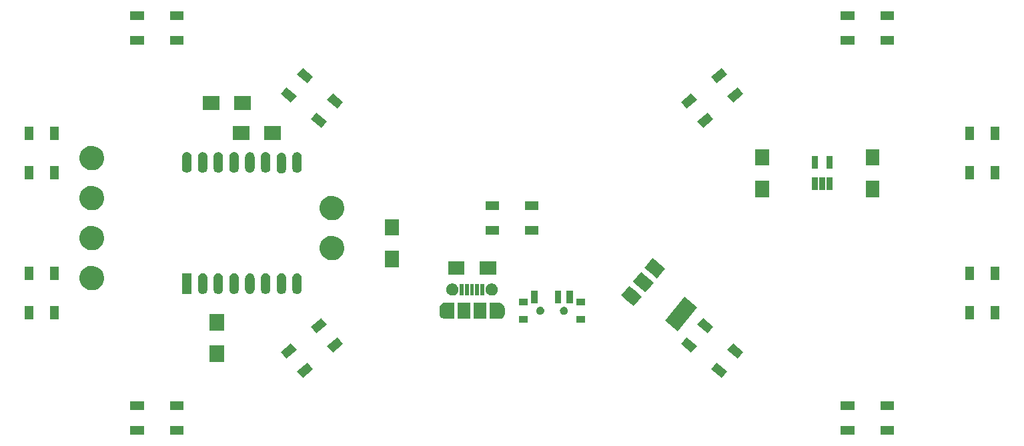
<source format=gts>
G04 #@! TF.FileFunction,Soldermask,Top*
%FSLAX46Y46*%
G04 Gerber Fmt 4.6, Leading zero omitted, Abs format (unit mm)*
G04 Created by KiCad (PCBNEW 4.0.5) date Sunday, March 11, 2018 'PMt' 06:28:43 PM*
%MOMM*%
%LPD*%
G01*
G04 APERTURE LIST*
%ADD10C,0.100000*%
G04 APERTURE END LIST*
D10*
G36*
X124635000Y-68190000D02*
X122935000Y-68190000D01*
X122935000Y-67090000D01*
X124635000Y-67090000D01*
X124635000Y-68190000D01*
X124635000Y-68190000D01*
G37*
G36*
X119635000Y-68190000D02*
X117935000Y-68190000D01*
X117935000Y-67090000D01*
X119635000Y-67090000D01*
X119635000Y-68190000D01*
X119635000Y-68190000D01*
G37*
G36*
X34465000Y-68190000D02*
X32765000Y-68190000D01*
X32765000Y-67090000D01*
X34465000Y-67090000D01*
X34465000Y-68190000D01*
X34465000Y-68190000D01*
G37*
G36*
X29465000Y-68190000D02*
X27765000Y-68190000D01*
X27765000Y-67090000D01*
X29465000Y-67090000D01*
X29465000Y-68190000D01*
X29465000Y-68190000D01*
G37*
G36*
X119635000Y-64990000D02*
X117935000Y-64990000D01*
X117935000Y-63890000D01*
X119635000Y-63890000D01*
X119635000Y-64990000D01*
X119635000Y-64990000D01*
G37*
G36*
X124635000Y-64990000D02*
X122935000Y-64990000D01*
X122935000Y-63890000D01*
X124635000Y-63890000D01*
X124635000Y-64990000D01*
X124635000Y-64990000D01*
G37*
G36*
X29465000Y-64990000D02*
X27765000Y-64990000D01*
X27765000Y-63890000D01*
X29465000Y-63890000D01*
X29465000Y-64990000D01*
X29465000Y-64990000D01*
G37*
G36*
X34465000Y-64990000D02*
X32765000Y-64990000D01*
X32765000Y-63890000D01*
X34465000Y-63890000D01*
X34465000Y-64990000D01*
X34465000Y-64990000D01*
G37*
G36*
X50918021Y-59857595D02*
X49615745Y-60950335D01*
X48908677Y-60107685D01*
X50210953Y-59014945D01*
X50918021Y-59857595D01*
X50918021Y-59857595D01*
G37*
G36*
X103491323Y-60107685D02*
X102784255Y-60950335D01*
X101481979Y-59857595D01*
X102189047Y-59014945D01*
X103491323Y-60107685D01*
X103491323Y-60107685D01*
G37*
G36*
X39635000Y-58930000D02*
X37835000Y-58930000D01*
X37835000Y-56830000D01*
X39635000Y-56830000D01*
X39635000Y-58930000D01*
X39635000Y-58930000D01*
G37*
G36*
X48861101Y-57406253D02*
X47558825Y-58498993D01*
X46851757Y-57656343D01*
X48154033Y-56563603D01*
X48861101Y-57406253D01*
X48861101Y-57406253D01*
G37*
G36*
X105548243Y-57656343D02*
X104841175Y-58498993D01*
X103538899Y-57406253D01*
X104245967Y-56563603D01*
X105548243Y-57656343D01*
X105548243Y-57656343D01*
G37*
G36*
X99661101Y-56893747D02*
X98954033Y-57736397D01*
X97651757Y-56643657D01*
X98358825Y-55801007D01*
X99661101Y-56893747D01*
X99661101Y-56893747D01*
G37*
G36*
X54748243Y-56643657D02*
X53445967Y-57736397D01*
X52738899Y-56893747D01*
X54041175Y-55801007D01*
X54748243Y-56643657D01*
X54748243Y-56643657D01*
G37*
G36*
X51984256Y-53349666D02*
X52043273Y-53420000D01*
X52691323Y-54192315D01*
X51389047Y-55285055D01*
X50681979Y-54442405D01*
X51984255Y-53349665D01*
X51984256Y-53349666D01*
X51984256Y-53349666D01*
G37*
G36*
X101718021Y-54442405D02*
X101010953Y-55285055D01*
X99708677Y-54192315D01*
X100356727Y-53420000D01*
X100415744Y-53349666D01*
X100415745Y-53349665D01*
X101718021Y-54442405D01*
X101718021Y-54442405D01*
G37*
G36*
X99720823Y-52005921D02*
X97213951Y-54993495D01*
X95605257Y-53643641D01*
X98112129Y-50656067D01*
X99720823Y-52005921D01*
X99720823Y-52005921D01*
G37*
G36*
X39635000Y-54930000D02*
X37835000Y-54930000D01*
X37835000Y-52830000D01*
X39635000Y-52830000D01*
X39635000Y-54930000D01*
X39635000Y-54930000D01*
G37*
G36*
X85480000Y-53950000D02*
X84380000Y-53950000D01*
X84380000Y-53050000D01*
X85480000Y-53050000D01*
X85480000Y-53950000D01*
X85480000Y-53950000D01*
G37*
G36*
X78180000Y-53950000D02*
X77080000Y-53950000D01*
X77080000Y-53050000D01*
X78180000Y-53050000D01*
X78180000Y-53950000D01*
X78180000Y-53950000D01*
G37*
G36*
X138040000Y-53515000D02*
X136940000Y-53515000D01*
X136940000Y-51815000D01*
X138040000Y-51815000D01*
X138040000Y-53515000D01*
X138040000Y-53515000D01*
G37*
G36*
X134840000Y-53515000D02*
X133740000Y-53515000D01*
X133740000Y-51815000D01*
X134840000Y-51815000D01*
X134840000Y-53515000D01*
X134840000Y-53515000D01*
G37*
G36*
X18660000Y-53515000D02*
X17560000Y-53515000D01*
X17560000Y-51815000D01*
X18660000Y-51815000D01*
X18660000Y-53515000D01*
X18660000Y-53515000D01*
G37*
G36*
X15460000Y-53515000D02*
X14360000Y-53515000D01*
X14360000Y-51815000D01*
X15460000Y-51815000D01*
X15460000Y-53515000D01*
X15460000Y-53515000D01*
G37*
G36*
X67667843Y-51419726D02*
X67673069Y-51420000D01*
X68870000Y-51420000D01*
X68870000Y-53420000D01*
X67670756Y-53420000D01*
X67666224Y-53420206D01*
X67615464Y-53424826D01*
X67572157Y-53420274D01*
X67566931Y-53420000D01*
X67541575Y-53420000D01*
X67541364Y-53419861D01*
X67525226Y-53415341D01*
X67489349Y-53411571D01*
X67489336Y-53411567D01*
X67489299Y-53411563D01*
X67368115Y-53374050D01*
X67256525Y-53313713D01*
X67158779Y-53232851D01*
X67078601Y-53134544D01*
X67019045Y-53022535D01*
X66982379Y-52901091D01*
X66970000Y-52774839D01*
X66970000Y-52065161D01*
X66970063Y-52056086D01*
X66984204Y-51930018D01*
X67022562Y-51809099D01*
X67083676Y-51697932D01*
X67165219Y-51600754D01*
X67264084Y-51521264D01*
X67376506Y-51462491D01*
X67498202Y-51426674D01*
X67498236Y-51426671D01*
X67498249Y-51426667D01*
X67524531Y-51424276D01*
X67538224Y-51421043D01*
X67540070Y-51420000D01*
X67569244Y-51420000D01*
X67573776Y-51419794D01*
X67624536Y-51415174D01*
X67667843Y-51419726D01*
X67667843Y-51419726D01*
G37*
G36*
X74667843Y-51419726D02*
X74673069Y-51420000D01*
X74698425Y-51420000D01*
X74698636Y-51420139D01*
X74714774Y-51424659D01*
X74750651Y-51428429D01*
X74750664Y-51428433D01*
X74750701Y-51428437D01*
X74871885Y-51465950D01*
X74983475Y-51526287D01*
X75081221Y-51607149D01*
X75161399Y-51705456D01*
X75220955Y-51817465D01*
X75257621Y-51938909D01*
X75270000Y-52065161D01*
X75270000Y-52774839D01*
X75269937Y-52783914D01*
X75255796Y-52909982D01*
X75217438Y-53030901D01*
X75156324Y-53142068D01*
X75074781Y-53239246D01*
X74975916Y-53318736D01*
X74863494Y-53377509D01*
X74741798Y-53413326D01*
X74741764Y-53413329D01*
X74741751Y-53413333D01*
X74715469Y-53415724D01*
X74701776Y-53418957D01*
X74699930Y-53420000D01*
X74670756Y-53420000D01*
X74666224Y-53420206D01*
X74615464Y-53424826D01*
X74572157Y-53420274D01*
X74566931Y-53420000D01*
X73370000Y-53420000D01*
X73370000Y-51420000D01*
X74569244Y-51420000D01*
X74573776Y-51419794D01*
X74624536Y-51415174D01*
X74667843Y-51419726D01*
X74667843Y-51419726D01*
G37*
G36*
X72920000Y-53420000D02*
X71320000Y-53420000D01*
X71320000Y-51420000D01*
X72920000Y-51420000D01*
X72920000Y-53420000D01*
X72920000Y-53420000D01*
G37*
G36*
X70920000Y-53420000D02*
X69320000Y-53420000D01*
X69320000Y-51420000D01*
X70920000Y-51420000D01*
X70920000Y-53420000D01*
X70920000Y-53420000D01*
G37*
G36*
X79832517Y-51900332D02*
X79928571Y-51920049D01*
X80018965Y-51958047D01*
X80100255Y-52012877D01*
X80169348Y-52082454D01*
X80223614Y-52164130D01*
X80260976Y-52254780D01*
X80279955Y-52350629D01*
X80279955Y-52350638D01*
X80280021Y-52350972D01*
X80278457Y-52462970D01*
X80278381Y-52463304D01*
X80278381Y-52463316D01*
X80256737Y-52558587D01*
X80216852Y-52648168D01*
X80160334Y-52728289D01*
X80089321Y-52795913D01*
X80006527Y-52848455D01*
X79915110Y-52883913D01*
X79818547Y-52900940D01*
X79720514Y-52898887D01*
X79624741Y-52877830D01*
X79534889Y-52838574D01*
X79454370Y-52782613D01*
X79386254Y-52712076D01*
X79333139Y-52629658D01*
X79297042Y-52538488D01*
X79279340Y-52442038D01*
X79280710Y-52343995D01*
X79301096Y-52248085D01*
X79339725Y-52157957D01*
X79395123Y-52077050D01*
X79465183Y-52008442D01*
X79547230Y-51954752D01*
X79638146Y-51918020D01*
X79734461Y-51899647D01*
X79832517Y-51900332D01*
X79832517Y-51900332D01*
G37*
G36*
X82832517Y-51900332D02*
X82928571Y-51920049D01*
X83018965Y-51958047D01*
X83100255Y-52012877D01*
X83169348Y-52082454D01*
X83223614Y-52164130D01*
X83260976Y-52254780D01*
X83279955Y-52350629D01*
X83279955Y-52350638D01*
X83280021Y-52350972D01*
X83278457Y-52462970D01*
X83278381Y-52463304D01*
X83278381Y-52463316D01*
X83256737Y-52558587D01*
X83216852Y-52648168D01*
X83160334Y-52728289D01*
X83089321Y-52795913D01*
X83006527Y-52848455D01*
X82915110Y-52883913D01*
X82818547Y-52900940D01*
X82720514Y-52898887D01*
X82624741Y-52877830D01*
X82534889Y-52838574D01*
X82454370Y-52782613D01*
X82386254Y-52712076D01*
X82333139Y-52629658D01*
X82297042Y-52538488D01*
X82279340Y-52442038D01*
X82280710Y-52343995D01*
X82301096Y-52248085D01*
X82339725Y-52157957D01*
X82395123Y-52077050D01*
X82465183Y-52008442D01*
X82547230Y-51954752D01*
X82638146Y-51918020D01*
X82734461Y-51899647D01*
X82832517Y-51900332D01*
X82832517Y-51900332D01*
G37*
G36*
X91706981Y-49785164D02*
X92677126Y-50599212D01*
X92677126Y-50599213D01*
X92207885Y-51158432D01*
X91648666Y-51824884D01*
X91648665Y-51824884D01*
X90914690Y-51209005D01*
X90039972Y-50475030D01*
X90039972Y-50475029D01*
X90591618Y-49817603D01*
X91068433Y-49249358D01*
X91706981Y-49785164D01*
X91706981Y-49785164D01*
G37*
G36*
X85480000Y-51740000D02*
X84380000Y-51740000D01*
X84380000Y-50840000D01*
X85480000Y-50840000D01*
X85480000Y-51740000D01*
X85480000Y-51740000D01*
G37*
G36*
X78180000Y-51740000D02*
X77080000Y-51740000D01*
X77080000Y-50840000D01*
X78180000Y-50840000D01*
X78180000Y-51740000D01*
X78180000Y-51740000D01*
G37*
G36*
X79430000Y-51440000D02*
X78630000Y-51440000D01*
X78630000Y-49840000D01*
X79430000Y-49840000D01*
X79430000Y-51440000D01*
X79430000Y-51440000D01*
G37*
G36*
X82430000Y-51440000D02*
X81630000Y-51440000D01*
X81630000Y-49840000D01*
X82430000Y-49840000D01*
X82430000Y-51440000D01*
X82430000Y-51440000D01*
G37*
G36*
X83930000Y-51440000D02*
X83130000Y-51440000D01*
X83130000Y-49840000D01*
X83930000Y-49840000D01*
X83930000Y-51440000D01*
X83930000Y-51440000D01*
G37*
G36*
X68701401Y-48945514D02*
X68850285Y-48976076D01*
X68990392Y-49034971D01*
X69116397Y-49119963D01*
X69223491Y-49227807D01*
X69307596Y-49354397D01*
X69365514Y-49494914D01*
X69394968Y-49643664D01*
X69394968Y-49643678D01*
X69395033Y-49644007D01*
X69392609Y-49817603D01*
X69392533Y-49817937D01*
X69392533Y-49817945D01*
X69358939Y-49965816D01*
X69297121Y-50104658D01*
X69209513Y-50228851D01*
X69099444Y-50333668D01*
X68971123Y-50415103D01*
X68829421Y-50470066D01*
X68679747Y-50496457D01*
X68527795Y-50493274D01*
X68379350Y-50460636D01*
X68240077Y-50399789D01*
X68115276Y-50313050D01*
X68009695Y-50203718D01*
X67927366Y-50075969D01*
X67871416Y-49934655D01*
X67843978Y-49785161D01*
X67846101Y-49633192D01*
X67877700Y-49484531D01*
X67937575Y-49344833D01*
X68023441Y-49219428D01*
X68132032Y-49113087D01*
X68259207Y-49029866D01*
X68400126Y-48972931D01*
X68549416Y-48944453D01*
X68701401Y-48945514D01*
X68701401Y-48945514D01*
G37*
G36*
X73701401Y-48945514D02*
X73850285Y-48976076D01*
X73990392Y-49034971D01*
X74116397Y-49119963D01*
X74223491Y-49227807D01*
X74307596Y-49354397D01*
X74365514Y-49494914D01*
X74394968Y-49643664D01*
X74394968Y-49643678D01*
X74395033Y-49644007D01*
X74392609Y-49817603D01*
X74392533Y-49817937D01*
X74392533Y-49817945D01*
X74358939Y-49965816D01*
X74297121Y-50104658D01*
X74209513Y-50228851D01*
X74099444Y-50333668D01*
X73971123Y-50415103D01*
X73829421Y-50470066D01*
X73679747Y-50496457D01*
X73527795Y-50493274D01*
X73379350Y-50460636D01*
X73240077Y-50399789D01*
X73115276Y-50313050D01*
X73009695Y-50203718D01*
X72927366Y-50075969D01*
X72871416Y-49934655D01*
X72843978Y-49785161D01*
X72846101Y-49633192D01*
X72877700Y-49484531D01*
X72937575Y-49344833D01*
X73023441Y-49219428D01*
X73132032Y-49113087D01*
X73259207Y-49029866D01*
X73400126Y-48972931D01*
X73549416Y-48944453D01*
X73701401Y-48945514D01*
X73701401Y-48945514D01*
G37*
G36*
X70720000Y-50445000D02*
X70220000Y-50445000D01*
X70220000Y-48995000D01*
X70720000Y-48995000D01*
X70720000Y-50445000D01*
X70720000Y-50445000D01*
G37*
G36*
X72670000Y-50445000D02*
X72170000Y-50445000D01*
X72170000Y-48995000D01*
X72670000Y-48995000D01*
X72670000Y-50445000D01*
X72670000Y-50445000D01*
G37*
G36*
X72020000Y-50445000D02*
X71520000Y-50445000D01*
X71520000Y-48995000D01*
X72020000Y-48995000D01*
X72020000Y-50445000D01*
X72020000Y-50445000D01*
G37*
G36*
X71370000Y-50445000D02*
X70870000Y-50445000D01*
X70870000Y-48995000D01*
X71370000Y-48995000D01*
X71370000Y-50445000D01*
X71370000Y-50445000D01*
G37*
G36*
X70070000Y-50445000D02*
X69570000Y-50445000D01*
X69570000Y-48995000D01*
X70070000Y-48995000D01*
X70070000Y-50445000D01*
X70070000Y-50445000D01*
G37*
G36*
X37045597Y-47665957D02*
X37045610Y-47665961D01*
X37045647Y-47665965D01*
X37157509Y-47700592D01*
X37260516Y-47756287D01*
X37350742Y-47830929D01*
X37424753Y-47921675D01*
X37479728Y-48025068D01*
X37513573Y-48137169D01*
X37525000Y-48253710D01*
X37525000Y-49666290D01*
X37524942Y-49674667D01*
X37511889Y-49791037D01*
X37476481Y-49902655D01*
X37420068Y-50005270D01*
X37344798Y-50094974D01*
X37253538Y-50168349D01*
X37149764Y-50222600D01*
X37037429Y-50255662D01*
X37037399Y-50255665D01*
X37037381Y-50255670D01*
X36920813Y-50266278D01*
X36804403Y-50254043D01*
X36804390Y-50254039D01*
X36804353Y-50254035D01*
X36692491Y-50219408D01*
X36589484Y-50163713D01*
X36499258Y-50089071D01*
X36425247Y-49998325D01*
X36370272Y-49894932D01*
X36336427Y-49782831D01*
X36325000Y-49666290D01*
X36325000Y-48253710D01*
X36325058Y-48245333D01*
X36338111Y-48128963D01*
X36373519Y-48017345D01*
X36429932Y-47914730D01*
X36505202Y-47825026D01*
X36596462Y-47751651D01*
X36700236Y-47697400D01*
X36812571Y-47664338D01*
X36812601Y-47664335D01*
X36812619Y-47664330D01*
X36929187Y-47653722D01*
X37045597Y-47665957D01*
X37045597Y-47665957D01*
G37*
G36*
X39045597Y-47665957D02*
X39045610Y-47665961D01*
X39045647Y-47665965D01*
X39157509Y-47700592D01*
X39260516Y-47756287D01*
X39350742Y-47830929D01*
X39424753Y-47921675D01*
X39479728Y-48025068D01*
X39513573Y-48137169D01*
X39525000Y-48253710D01*
X39525000Y-49666290D01*
X39524942Y-49674667D01*
X39511889Y-49791037D01*
X39476481Y-49902655D01*
X39420068Y-50005270D01*
X39344798Y-50094974D01*
X39253538Y-50168349D01*
X39149764Y-50222600D01*
X39037429Y-50255662D01*
X39037399Y-50255665D01*
X39037381Y-50255670D01*
X38920813Y-50266278D01*
X38804403Y-50254043D01*
X38804390Y-50254039D01*
X38804353Y-50254035D01*
X38692491Y-50219408D01*
X38589484Y-50163713D01*
X38499258Y-50089071D01*
X38425247Y-49998325D01*
X38370272Y-49894932D01*
X38336427Y-49782831D01*
X38325000Y-49666290D01*
X38325000Y-48253710D01*
X38325058Y-48245333D01*
X38338111Y-48128963D01*
X38373519Y-48017345D01*
X38429932Y-47914730D01*
X38505202Y-47825026D01*
X38596462Y-47751651D01*
X38700236Y-47697400D01*
X38812571Y-47664338D01*
X38812601Y-47664335D01*
X38812619Y-47664330D01*
X38929187Y-47653722D01*
X39045597Y-47665957D01*
X39045597Y-47665957D01*
G37*
G36*
X41045597Y-47665957D02*
X41045610Y-47665961D01*
X41045647Y-47665965D01*
X41157509Y-47700592D01*
X41260516Y-47756287D01*
X41350742Y-47830929D01*
X41424753Y-47921675D01*
X41479728Y-48025068D01*
X41513573Y-48137169D01*
X41525000Y-48253710D01*
X41525000Y-49666290D01*
X41524942Y-49674667D01*
X41511889Y-49791037D01*
X41476481Y-49902655D01*
X41420068Y-50005270D01*
X41344798Y-50094974D01*
X41253538Y-50168349D01*
X41149764Y-50222600D01*
X41037429Y-50255662D01*
X41037399Y-50255665D01*
X41037381Y-50255670D01*
X40920813Y-50266278D01*
X40804403Y-50254043D01*
X40804390Y-50254039D01*
X40804353Y-50254035D01*
X40692491Y-50219408D01*
X40589484Y-50163713D01*
X40499258Y-50089071D01*
X40425247Y-49998325D01*
X40370272Y-49894932D01*
X40336427Y-49782831D01*
X40325000Y-49666290D01*
X40325000Y-48253710D01*
X40325058Y-48245333D01*
X40338111Y-48128963D01*
X40373519Y-48017345D01*
X40429932Y-47914730D01*
X40505202Y-47825026D01*
X40596462Y-47751651D01*
X40700236Y-47697400D01*
X40812571Y-47664338D01*
X40812601Y-47664335D01*
X40812619Y-47664330D01*
X40929187Y-47653722D01*
X41045597Y-47665957D01*
X41045597Y-47665957D01*
G37*
G36*
X43045597Y-47665957D02*
X43045610Y-47665961D01*
X43045647Y-47665965D01*
X43157509Y-47700592D01*
X43260516Y-47756287D01*
X43350742Y-47830929D01*
X43424753Y-47921675D01*
X43479728Y-48025068D01*
X43513573Y-48137169D01*
X43525000Y-48253710D01*
X43525000Y-49666290D01*
X43524942Y-49674667D01*
X43511889Y-49791037D01*
X43476481Y-49902655D01*
X43420068Y-50005270D01*
X43344798Y-50094974D01*
X43253538Y-50168349D01*
X43149764Y-50222600D01*
X43037429Y-50255662D01*
X43037399Y-50255665D01*
X43037381Y-50255670D01*
X42920813Y-50266278D01*
X42804403Y-50254043D01*
X42804390Y-50254039D01*
X42804353Y-50254035D01*
X42692491Y-50219408D01*
X42589484Y-50163713D01*
X42499258Y-50089071D01*
X42425247Y-49998325D01*
X42370272Y-49894932D01*
X42336427Y-49782831D01*
X42325000Y-49666290D01*
X42325000Y-48253710D01*
X42325058Y-48245333D01*
X42338111Y-48128963D01*
X42373519Y-48017345D01*
X42429932Y-47914730D01*
X42505202Y-47825026D01*
X42596462Y-47751651D01*
X42700236Y-47697400D01*
X42812571Y-47664338D01*
X42812601Y-47664335D01*
X42812619Y-47664330D01*
X42929187Y-47653722D01*
X43045597Y-47665957D01*
X43045597Y-47665957D01*
G37*
G36*
X45045597Y-47665957D02*
X45045610Y-47665961D01*
X45045647Y-47665965D01*
X45157509Y-47700592D01*
X45260516Y-47756287D01*
X45350742Y-47830929D01*
X45424753Y-47921675D01*
X45479728Y-48025068D01*
X45513573Y-48137169D01*
X45525000Y-48253710D01*
X45525000Y-49666290D01*
X45524942Y-49674667D01*
X45511889Y-49791037D01*
X45476481Y-49902655D01*
X45420068Y-50005270D01*
X45344798Y-50094974D01*
X45253538Y-50168349D01*
X45149764Y-50222600D01*
X45037429Y-50255662D01*
X45037399Y-50255665D01*
X45037381Y-50255670D01*
X44920813Y-50266278D01*
X44804403Y-50254043D01*
X44804390Y-50254039D01*
X44804353Y-50254035D01*
X44692491Y-50219408D01*
X44589484Y-50163713D01*
X44499258Y-50089071D01*
X44425247Y-49998325D01*
X44370272Y-49894932D01*
X44336427Y-49782831D01*
X44325000Y-49666290D01*
X44325000Y-48253710D01*
X44325058Y-48245333D01*
X44338111Y-48128963D01*
X44373519Y-48017345D01*
X44429932Y-47914730D01*
X44505202Y-47825026D01*
X44596462Y-47751651D01*
X44700236Y-47697400D01*
X44812571Y-47664338D01*
X44812601Y-47664335D01*
X44812619Y-47664330D01*
X44929187Y-47653722D01*
X45045597Y-47665957D01*
X45045597Y-47665957D01*
G37*
G36*
X47045597Y-47665957D02*
X47045610Y-47665961D01*
X47045647Y-47665965D01*
X47157509Y-47700592D01*
X47260516Y-47756287D01*
X47350742Y-47830929D01*
X47424753Y-47921675D01*
X47479728Y-48025068D01*
X47513573Y-48137169D01*
X47525000Y-48253710D01*
X47525000Y-49666290D01*
X47524942Y-49674667D01*
X47511889Y-49791037D01*
X47476481Y-49902655D01*
X47420068Y-50005270D01*
X47344798Y-50094974D01*
X47253538Y-50168349D01*
X47149764Y-50222600D01*
X47037429Y-50255662D01*
X47037399Y-50255665D01*
X47037381Y-50255670D01*
X46920813Y-50266278D01*
X46804403Y-50254043D01*
X46804390Y-50254039D01*
X46804353Y-50254035D01*
X46692491Y-50219408D01*
X46589484Y-50163713D01*
X46499258Y-50089071D01*
X46425247Y-49998325D01*
X46370272Y-49894932D01*
X46336427Y-49782831D01*
X46325000Y-49666290D01*
X46325000Y-48253710D01*
X46325058Y-48245333D01*
X46338111Y-48128963D01*
X46373519Y-48017345D01*
X46429932Y-47914730D01*
X46505202Y-47825026D01*
X46596462Y-47751651D01*
X46700236Y-47697400D01*
X46812571Y-47664338D01*
X46812601Y-47664335D01*
X46812619Y-47664330D01*
X46929187Y-47653722D01*
X47045597Y-47665957D01*
X47045597Y-47665957D01*
G37*
G36*
X49045597Y-47665957D02*
X49045610Y-47665961D01*
X49045647Y-47665965D01*
X49157509Y-47700592D01*
X49260516Y-47756287D01*
X49350742Y-47830929D01*
X49424753Y-47921675D01*
X49479728Y-48025068D01*
X49513573Y-48137169D01*
X49525000Y-48253710D01*
X49525000Y-49666290D01*
X49524942Y-49674667D01*
X49511889Y-49791037D01*
X49476481Y-49902655D01*
X49420068Y-50005270D01*
X49344798Y-50094974D01*
X49253538Y-50168349D01*
X49149764Y-50222600D01*
X49037429Y-50255662D01*
X49037399Y-50255665D01*
X49037381Y-50255670D01*
X48920813Y-50266278D01*
X48804403Y-50254043D01*
X48804390Y-50254039D01*
X48804353Y-50254035D01*
X48692491Y-50219408D01*
X48589484Y-50163713D01*
X48499258Y-50089071D01*
X48425247Y-49998325D01*
X48370272Y-49894932D01*
X48336427Y-49782831D01*
X48325000Y-49666290D01*
X48325000Y-48253710D01*
X48325058Y-48245333D01*
X48338111Y-48128963D01*
X48373519Y-48017345D01*
X48429932Y-47914730D01*
X48505202Y-47825026D01*
X48596462Y-47751651D01*
X48700236Y-47697400D01*
X48812571Y-47664338D01*
X48812601Y-47664335D01*
X48812619Y-47664330D01*
X48929187Y-47653722D01*
X49045597Y-47665957D01*
X49045597Y-47665957D01*
G37*
G36*
X35525000Y-50260000D02*
X34325000Y-50260000D01*
X34325000Y-47660000D01*
X35525000Y-47660000D01*
X35525000Y-50260000D01*
X35525000Y-50260000D01*
G37*
G36*
X93187363Y-48024916D02*
X94155537Y-48837310D01*
X94155537Y-48837311D01*
X93809788Y-49249358D01*
X93127077Y-50062982D01*
X93127076Y-50062982D01*
X92191218Y-49277703D01*
X91518383Y-48713128D01*
X91518383Y-48713127D01*
X92044282Y-48086385D01*
X92546844Y-47487456D01*
X93187363Y-48024916D01*
X93187363Y-48024916D01*
G37*
G36*
X23022803Y-46711030D02*
X23320567Y-46772153D01*
X23600784Y-46889945D01*
X23852788Y-47059923D01*
X24066979Y-47275615D01*
X24235194Y-47528798D01*
X24351027Y-47809830D01*
X24410001Y-48107671D01*
X24410001Y-48107681D01*
X24410067Y-48108015D01*
X24405219Y-48455207D01*
X24405142Y-48455545D01*
X24405142Y-48455553D01*
X24337878Y-48751622D01*
X24214241Y-49029315D01*
X24039023Y-49277703D01*
X23818891Y-49487331D01*
X23562244Y-49650204D01*
X23278843Y-49760129D01*
X22979492Y-49812912D01*
X22675588Y-49806546D01*
X22378703Y-49741272D01*
X22100161Y-49619579D01*
X21850549Y-49446095D01*
X21639394Y-49227437D01*
X21474733Y-48971934D01*
X21362833Y-48689308D01*
X21307960Y-48390325D01*
X21312205Y-48086385D01*
X21375402Y-47789061D01*
X21495151Y-47509667D01*
X21666884Y-47258857D01*
X21884065Y-47046178D01*
X22138416Y-46879735D01*
X22420253Y-46765866D01*
X22718836Y-46708908D01*
X23022803Y-46711030D01*
X23022803Y-46711030D01*
G37*
G36*
X138040000Y-48515000D02*
X136940000Y-48515000D01*
X136940000Y-46815000D01*
X138040000Y-46815000D01*
X138040000Y-48515000D01*
X138040000Y-48515000D01*
G37*
G36*
X134840000Y-48515000D02*
X133740000Y-48515000D01*
X133740000Y-46815000D01*
X134840000Y-46815000D01*
X134840000Y-48515000D01*
X134840000Y-48515000D01*
G37*
G36*
X18660000Y-48515000D02*
X17560000Y-48515000D01*
X17560000Y-46815000D01*
X18660000Y-46815000D01*
X18660000Y-48515000D01*
X18660000Y-48515000D01*
G37*
G36*
X15460000Y-48515000D02*
X14360000Y-48515000D01*
X14360000Y-46815000D01*
X15460000Y-46815000D01*
X15460000Y-48515000D01*
X15460000Y-48515000D01*
G37*
G36*
X94355798Y-46002912D02*
X95633949Y-47075408D01*
X95633949Y-47075409D01*
X95465956Y-47275615D01*
X94605489Y-48301080D01*
X94605488Y-48301080D01*
X93834001Y-47653725D01*
X92996795Y-46951226D01*
X92996795Y-46951225D01*
X93677494Y-46140000D01*
X94025256Y-45725554D01*
X94355798Y-46002912D01*
X94355798Y-46002912D01*
G37*
G36*
X74170000Y-47840000D02*
X72070000Y-47840000D01*
X72070000Y-46140000D01*
X74170000Y-46140000D01*
X74170000Y-47840000D01*
X74170000Y-47840000D01*
G37*
G36*
X70170000Y-47840000D02*
X68070000Y-47840000D01*
X68070000Y-46140000D01*
X70170000Y-46140000D01*
X70170000Y-47840000D01*
X70170000Y-47840000D01*
G37*
G36*
X61860000Y-46865000D02*
X60060000Y-46865000D01*
X60060000Y-44765000D01*
X61860000Y-44765000D01*
X61860000Y-46865000D01*
X61860000Y-46865000D01*
G37*
G36*
X53502803Y-42901030D02*
X53800567Y-42962153D01*
X54080784Y-43079945D01*
X54332788Y-43249923D01*
X54546979Y-43465615D01*
X54715194Y-43718798D01*
X54831027Y-43999830D01*
X54890001Y-44297671D01*
X54890001Y-44297681D01*
X54890067Y-44298015D01*
X54885219Y-44645207D01*
X54885142Y-44645545D01*
X54885142Y-44645553D01*
X54817878Y-44941622D01*
X54694241Y-45219315D01*
X54519023Y-45467703D01*
X54298891Y-45677331D01*
X54042244Y-45840204D01*
X53758843Y-45950129D01*
X53459492Y-46002912D01*
X53155588Y-45996546D01*
X52858703Y-45931272D01*
X52580161Y-45809579D01*
X52330549Y-45636095D01*
X52119394Y-45417437D01*
X51954733Y-45161934D01*
X51842833Y-44879308D01*
X51787960Y-44580325D01*
X51792205Y-44276385D01*
X51855402Y-43979061D01*
X51975151Y-43699667D01*
X52146884Y-43448857D01*
X52364065Y-43236178D01*
X52618416Y-43069735D01*
X52900253Y-42955866D01*
X53198836Y-42898908D01*
X53502803Y-42901030D01*
X53502803Y-42901030D01*
G37*
G36*
X23022803Y-41631030D02*
X23320567Y-41692153D01*
X23600784Y-41809945D01*
X23852788Y-41979923D01*
X24066979Y-42195615D01*
X24235194Y-42448798D01*
X24351027Y-42729830D01*
X24410001Y-43027671D01*
X24410001Y-43027681D01*
X24410067Y-43028015D01*
X24405219Y-43375207D01*
X24405142Y-43375545D01*
X24405142Y-43375553D01*
X24337878Y-43671622D01*
X24214241Y-43949315D01*
X24039023Y-44197703D01*
X23818891Y-44407331D01*
X23562244Y-44570204D01*
X23278843Y-44680129D01*
X22979492Y-44732912D01*
X22675588Y-44726546D01*
X22378703Y-44661272D01*
X22100161Y-44539579D01*
X21850549Y-44366095D01*
X21639394Y-44147437D01*
X21474733Y-43891934D01*
X21362833Y-43609308D01*
X21307960Y-43310325D01*
X21312205Y-43006385D01*
X21375402Y-42709061D01*
X21495151Y-42429667D01*
X21666884Y-42178857D01*
X21884065Y-41966178D01*
X22138416Y-41799735D01*
X22420253Y-41685866D01*
X22718836Y-41628908D01*
X23022803Y-41631030D01*
X23022803Y-41631030D01*
G37*
G36*
X61860000Y-42865000D02*
X60060000Y-42865000D01*
X60060000Y-40765000D01*
X61860000Y-40765000D01*
X61860000Y-42865000D01*
X61860000Y-42865000D01*
G37*
G36*
X74550000Y-42790000D02*
X72850000Y-42790000D01*
X72850000Y-41690000D01*
X74550000Y-41690000D01*
X74550000Y-42790000D01*
X74550000Y-42790000D01*
G37*
G36*
X79550000Y-42790000D02*
X77850000Y-42790000D01*
X77850000Y-41690000D01*
X79550000Y-41690000D01*
X79550000Y-42790000D01*
X79550000Y-42790000D01*
G37*
G36*
X53502803Y-37821030D02*
X53800567Y-37882153D01*
X54080784Y-37999945D01*
X54332788Y-38169923D01*
X54546979Y-38385615D01*
X54715194Y-38638798D01*
X54831027Y-38919830D01*
X54890001Y-39217671D01*
X54890001Y-39217681D01*
X54890067Y-39218015D01*
X54885219Y-39565207D01*
X54885142Y-39565545D01*
X54885142Y-39565553D01*
X54817878Y-39861622D01*
X54694241Y-40139315D01*
X54519023Y-40387703D01*
X54298891Y-40597331D01*
X54042244Y-40760204D01*
X53758843Y-40870129D01*
X53459492Y-40922912D01*
X53155588Y-40916546D01*
X52858703Y-40851272D01*
X52580161Y-40729579D01*
X52330549Y-40556095D01*
X52119394Y-40337437D01*
X51954733Y-40081934D01*
X51842833Y-39799308D01*
X51787960Y-39500325D01*
X51792205Y-39196385D01*
X51855402Y-38899061D01*
X51975151Y-38619667D01*
X52146884Y-38368857D01*
X52364065Y-38156178D01*
X52618416Y-37989735D01*
X52900253Y-37875866D01*
X53198836Y-37818908D01*
X53502803Y-37821030D01*
X53502803Y-37821030D01*
G37*
G36*
X23022803Y-36551030D02*
X23320567Y-36612153D01*
X23600784Y-36729945D01*
X23852788Y-36899923D01*
X24066979Y-37115615D01*
X24235194Y-37368798D01*
X24351027Y-37649830D01*
X24410001Y-37947671D01*
X24410001Y-37947681D01*
X24410067Y-37948015D01*
X24405219Y-38295207D01*
X24405142Y-38295545D01*
X24405142Y-38295553D01*
X24337878Y-38591622D01*
X24214241Y-38869315D01*
X24039023Y-39117703D01*
X23818891Y-39327331D01*
X23562244Y-39490204D01*
X23278843Y-39600129D01*
X22979492Y-39652912D01*
X22675588Y-39646546D01*
X22378703Y-39581272D01*
X22100161Y-39459579D01*
X21850549Y-39286095D01*
X21639394Y-39067437D01*
X21474733Y-38811934D01*
X21362833Y-38529308D01*
X21307960Y-38230325D01*
X21312205Y-37926385D01*
X21375402Y-37629061D01*
X21495151Y-37349667D01*
X21666884Y-37098857D01*
X21884065Y-36886178D01*
X22138416Y-36719735D01*
X22420253Y-36605866D01*
X22718836Y-36548908D01*
X23022803Y-36551030D01*
X23022803Y-36551030D01*
G37*
G36*
X74550000Y-39590000D02*
X72850000Y-39590000D01*
X72850000Y-38490000D01*
X74550000Y-38490000D01*
X74550000Y-39590000D01*
X74550000Y-39590000D01*
G37*
G36*
X79550000Y-39590000D02*
X77850000Y-39590000D01*
X77850000Y-38490000D01*
X79550000Y-38490000D01*
X79550000Y-39590000D01*
X79550000Y-39590000D01*
G37*
G36*
X108850000Y-37975000D02*
X107050000Y-37975000D01*
X107050000Y-35875000D01*
X108850000Y-35875000D01*
X108850000Y-37975000D01*
X108850000Y-37975000D01*
G37*
G36*
X122770000Y-37975000D02*
X121070000Y-37975000D01*
X121070000Y-35875000D01*
X122770000Y-35875000D01*
X122770000Y-37975000D01*
X122770000Y-37975000D01*
G37*
G36*
X114995000Y-37105000D02*
X114245000Y-37105000D01*
X114245000Y-35445000D01*
X114995000Y-35445000D01*
X114995000Y-37105000D01*
X114995000Y-37105000D01*
G37*
G36*
X115945000Y-37105000D02*
X115195000Y-37105000D01*
X115195000Y-35445000D01*
X115945000Y-35445000D01*
X115945000Y-37105000D01*
X115945000Y-37105000D01*
G37*
G36*
X116895000Y-37105000D02*
X116145000Y-37105000D01*
X116145000Y-35445000D01*
X116895000Y-35445000D01*
X116895000Y-37105000D01*
X116895000Y-37105000D01*
G37*
G36*
X138040000Y-35735000D02*
X136940000Y-35735000D01*
X136940000Y-34035000D01*
X138040000Y-34035000D01*
X138040000Y-35735000D01*
X138040000Y-35735000D01*
G37*
G36*
X15460000Y-35735000D02*
X14360000Y-35735000D01*
X14360000Y-34035000D01*
X15460000Y-34035000D01*
X15460000Y-35735000D01*
X15460000Y-35735000D01*
G37*
G36*
X18660000Y-35735000D02*
X17560000Y-35735000D01*
X17560000Y-34035000D01*
X18660000Y-34035000D01*
X18660000Y-35735000D01*
X18660000Y-35735000D01*
G37*
G36*
X134840000Y-35735000D02*
X133740000Y-35735000D01*
X133740000Y-34035000D01*
X134840000Y-34035000D01*
X134840000Y-35735000D01*
X134840000Y-35735000D01*
G37*
G36*
X47045597Y-32365957D02*
X47045610Y-32365961D01*
X47045647Y-32365965D01*
X47157509Y-32400592D01*
X47260516Y-32456287D01*
X47350742Y-32530929D01*
X47424753Y-32621675D01*
X47479728Y-32725068D01*
X47513573Y-32837169D01*
X47525000Y-32953710D01*
X47525000Y-34366290D01*
X47524942Y-34374667D01*
X47511889Y-34491037D01*
X47476481Y-34602655D01*
X47420068Y-34705270D01*
X47344798Y-34794974D01*
X47253538Y-34868349D01*
X47149764Y-34922600D01*
X47037429Y-34955662D01*
X47037399Y-34955665D01*
X47037381Y-34955670D01*
X46920813Y-34966278D01*
X46804403Y-34954043D01*
X46804390Y-34954039D01*
X46804353Y-34954035D01*
X46692491Y-34919408D01*
X46589484Y-34863713D01*
X46499258Y-34789071D01*
X46425247Y-34698325D01*
X46370272Y-34594932D01*
X46336427Y-34482831D01*
X46325000Y-34366290D01*
X46325000Y-32953710D01*
X46325058Y-32945333D01*
X46338111Y-32828963D01*
X46373519Y-32717345D01*
X46429932Y-32614730D01*
X46505202Y-32525026D01*
X46596462Y-32451651D01*
X46700236Y-32397400D01*
X46812571Y-32364338D01*
X46812601Y-32364335D01*
X46812619Y-32364330D01*
X46929187Y-32353722D01*
X47045597Y-32365957D01*
X47045597Y-32365957D01*
G37*
G36*
X49045597Y-32265957D02*
X49045610Y-32265961D01*
X49045647Y-32265965D01*
X49157509Y-32300592D01*
X49260516Y-32356287D01*
X49350742Y-32430929D01*
X49424753Y-32521675D01*
X49479728Y-32625068D01*
X49513573Y-32737169D01*
X49525000Y-32853710D01*
X49525000Y-34266290D01*
X49524942Y-34274667D01*
X49511889Y-34391037D01*
X49476481Y-34502655D01*
X49420068Y-34605270D01*
X49344798Y-34694974D01*
X49253538Y-34768349D01*
X49149764Y-34822600D01*
X49037429Y-34855662D01*
X49037399Y-34855665D01*
X49037381Y-34855670D01*
X48920813Y-34866278D01*
X48804403Y-34854043D01*
X48804390Y-34854039D01*
X48804353Y-34854035D01*
X48692491Y-34819408D01*
X48589484Y-34763713D01*
X48499258Y-34689071D01*
X48425247Y-34598325D01*
X48370272Y-34494932D01*
X48336427Y-34382831D01*
X48325000Y-34266290D01*
X48325000Y-32853710D01*
X48325058Y-32845333D01*
X48338111Y-32728963D01*
X48373519Y-32617345D01*
X48429932Y-32514730D01*
X48505202Y-32425026D01*
X48596462Y-32351651D01*
X48700236Y-32297400D01*
X48812571Y-32264338D01*
X48812601Y-32264335D01*
X48812619Y-32264330D01*
X48929187Y-32253722D01*
X49045597Y-32265957D01*
X49045597Y-32265957D01*
G37*
G36*
X45045597Y-32265957D02*
X45045610Y-32265961D01*
X45045647Y-32265965D01*
X45157509Y-32300592D01*
X45260516Y-32356287D01*
X45350742Y-32430929D01*
X45424753Y-32521675D01*
X45479728Y-32625068D01*
X45513573Y-32737169D01*
X45525000Y-32853710D01*
X45525000Y-34266290D01*
X45524942Y-34274667D01*
X45511889Y-34391037D01*
X45476481Y-34502655D01*
X45420068Y-34605270D01*
X45344798Y-34694974D01*
X45253538Y-34768349D01*
X45149764Y-34822600D01*
X45037429Y-34855662D01*
X45037399Y-34855665D01*
X45037381Y-34855670D01*
X44920813Y-34866278D01*
X44804403Y-34854043D01*
X44804390Y-34854039D01*
X44804353Y-34854035D01*
X44692491Y-34819408D01*
X44589484Y-34763713D01*
X44499258Y-34689071D01*
X44425247Y-34598325D01*
X44370272Y-34494932D01*
X44336427Y-34382831D01*
X44325000Y-34266290D01*
X44325000Y-32853710D01*
X44325058Y-32845333D01*
X44338111Y-32728963D01*
X44373519Y-32617345D01*
X44429932Y-32514730D01*
X44505202Y-32425026D01*
X44596462Y-32351651D01*
X44700236Y-32297400D01*
X44812571Y-32264338D01*
X44812601Y-32264335D01*
X44812619Y-32264330D01*
X44929187Y-32253722D01*
X45045597Y-32265957D01*
X45045597Y-32265957D01*
G37*
G36*
X43045597Y-32265957D02*
X43045610Y-32265961D01*
X43045647Y-32265965D01*
X43157509Y-32300592D01*
X43260516Y-32356287D01*
X43350742Y-32430929D01*
X43424753Y-32521675D01*
X43479728Y-32625068D01*
X43513573Y-32737169D01*
X43525000Y-32853710D01*
X43525000Y-34266290D01*
X43524942Y-34274667D01*
X43511889Y-34391037D01*
X43476481Y-34502655D01*
X43420068Y-34605270D01*
X43344798Y-34694974D01*
X43253538Y-34768349D01*
X43149764Y-34822600D01*
X43037429Y-34855662D01*
X43037399Y-34855665D01*
X43037381Y-34855670D01*
X42920813Y-34866278D01*
X42804403Y-34854043D01*
X42804390Y-34854039D01*
X42804353Y-34854035D01*
X42692491Y-34819408D01*
X42589484Y-34763713D01*
X42499258Y-34689071D01*
X42425247Y-34598325D01*
X42370272Y-34494932D01*
X42336427Y-34382831D01*
X42325000Y-34266290D01*
X42325000Y-32853710D01*
X42325058Y-32845333D01*
X42338111Y-32728963D01*
X42373519Y-32617345D01*
X42429932Y-32514730D01*
X42505202Y-32425026D01*
X42596462Y-32351651D01*
X42700236Y-32297400D01*
X42812571Y-32264338D01*
X42812601Y-32264335D01*
X42812619Y-32264330D01*
X42929187Y-32253722D01*
X43045597Y-32265957D01*
X43045597Y-32265957D01*
G37*
G36*
X41045597Y-32265957D02*
X41045610Y-32265961D01*
X41045647Y-32265965D01*
X41157509Y-32300592D01*
X41260516Y-32356287D01*
X41350742Y-32430929D01*
X41424753Y-32521675D01*
X41479728Y-32625068D01*
X41513573Y-32737169D01*
X41525000Y-32853710D01*
X41525000Y-34266290D01*
X41524942Y-34274667D01*
X41511889Y-34391037D01*
X41476481Y-34502655D01*
X41420068Y-34605270D01*
X41344798Y-34694974D01*
X41253538Y-34768349D01*
X41149764Y-34822600D01*
X41037429Y-34855662D01*
X41037399Y-34855665D01*
X41037381Y-34855670D01*
X40920813Y-34866278D01*
X40804403Y-34854043D01*
X40804390Y-34854039D01*
X40804353Y-34854035D01*
X40692491Y-34819408D01*
X40589484Y-34763713D01*
X40499258Y-34689071D01*
X40425247Y-34598325D01*
X40370272Y-34494932D01*
X40336427Y-34382831D01*
X40325000Y-34266290D01*
X40325000Y-32853710D01*
X40325058Y-32845333D01*
X40338111Y-32728963D01*
X40373519Y-32617345D01*
X40429932Y-32514730D01*
X40505202Y-32425026D01*
X40596462Y-32351651D01*
X40700236Y-32297400D01*
X40812571Y-32264338D01*
X40812601Y-32264335D01*
X40812619Y-32264330D01*
X40929187Y-32253722D01*
X41045597Y-32265957D01*
X41045597Y-32265957D01*
G37*
G36*
X39045597Y-32265957D02*
X39045610Y-32265961D01*
X39045647Y-32265965D01*
X39157509Y-32300592D01*
X39260516Y-32356287D01*
X39350742Y-32430929D01*
X39424753Y-32521675D01*
X39479728Y-32625068D01*
X39513573Y-32737169D01*
X39525000Y-32853710D01*
X39525000Y-34266290D01*
X39524942Y-34274667D01*
X39511889Y-34391037D01*
X39476481Y-34502655D01*
X39420068Y-34605270D01*
X39344798Y-34694974D01*
X39253538Y-34768349D01*
X39149764Y-34822600D01*
X39037429Y-34855662D01*
X39037399Y-34855665D01*
X39037381Y-34855670D01*
X38920813Y-34866278D01*
X38804403Y-34854043D01*
X38804390Y-34854039D01*
X38804353Y-34854035D01*
X38692491Y-34819408D01*
X38589484Y-34763713D01*
X38499258Y-34689071D01*
X38425247Y-34598325D01*
X38370272Y-34494932D01*
X38336427Y-34382831D01*
X38325000Y-34266290D01*
X38325000Y-32853710D01*
X38325058Y-32845333D01*
X38338111Y-32728963D01*
X38373519Y-32617345D01*
X38429932Y-32514730D01*
X38505202Y-32425026D01*
X38596462Y-32351651D01*
X38700236Y-32297400D01*
X38812571Y-32264338D01*
X38812601Y-32264335D01*
X38812619Y-32264330D01*
X38929187Y-32253722D01*
X39045597Y-32265957D01*
X39045597Y-32265957D01*
G37*
G36*
X37045597Y-32265957D02*
X37045610Y-32265961D01*
X37045647Y-32265965D01*
X37157509Y-32300592D01*
X37260516Y-32356287D01*
X37350742Y-32430929D01*
X37424753Y-32521675D01*
X37479728Y-32625068D01*
X37513573Y-32737169D01*
X37525000Y-32853710D01*
X37525000Y-34266290D01*
X37524942Y-34274667D01*
X37511889Y-34391037D01*
X37476481Y-34502655D01*
X37420068Y-34605270D01*
X37344798Y-34694974D01*
X37253538Y-34768349D01*
X37149764Y-34822600D01*
X37037429Y-34855662D01*
X37037399Y-34855665D01*
X37037381Y-34855670D01*
X36920813Y-34866278D01*
X36804403Y-34854043D01*
X36804390Y-34854039D01*
X36804353Y-34854035D01*
X36692491Y-34819408D01*
X36589484Y-34763713D01*
X36499258Y-34689071D01*
X36425247Y-34598325D01*
X36370272Y-34494932D01*
X36336427Y-34382831D01*
X36325000Y-34266290D01*
X36325000Y-32853710D01*
X36325058Y-32845333D01*
X36338111Y-32728963D01*
X36373519Y-32617345D01*
X36429932Y-32514730D01*
X36505202Y-32425026D01*
X36596462Y-32351651D01*
X36700236Y-32297400D01*
X36812571Y-32264338D01*
X36812601Y-32264335D01*
X36812619Y-32264330D01*
X36929187Y-32253722D01*
X37045597Y-32265957D01*
X37045597Y-32265957D01*
G37*
G36*
X35045597Y-32265957D02*
X35045610Y-32265961D01*
X35045647Y-32265965D01*
X35157509Y-32300592D01*
X35260516Y-32356287D01*
X35350742Y-32430929D01*
X35424753Y-32521675D01*
X35479728Y-32625068D01*
X35513573Y-32737169D01*
X35525000Y-32853710D01*
X35525000Y-34266290D01*
X35524942Y-34274667D01*
X35511889Y-34391037D01*
X35476481Y-34502655D01*
X35420068Y-34605270D01*
X35344798Y-34694974D01*
X35253538Y-34768349D01*
X35149764Y-34822600D01*
X35037429Y-34855662D01*
X35037399Y-34855665D01*
X35037381Y-34855670D01*
X34920813Y-34866278D01*
X34804403Y-34854043D01*
X34804390Y-34854039D01*
X34804353Y-34854035D01*
X34692491Y-34819408D01*
X34589484Y-34763713D01*
X34499258Y-34689071D01*
X34425247Y-34598325D01*
X34370272Y-34494932D01*
X34336427Y-34382831D01*
X34325000Y-34266290D01*
X34325000Y-32853710D01*
X34325058Y-32845333D01*
X34338111Y-32728963D01*
X34373519Y-32617345D01*
X34429932Y-32514730D01*
X34505202Y-32425026D01*
X34596462Y-32351651D01*
X34700236Y-32297400D01*
X34812571Y-32264338D01*
X34812601Y-32264335D01*
X34812619Y-32264330D01*
X34929187Y-32253722D01*
X35045597Y-32265957D01*
X35045597Y-32265957D01*
G37*
G36*
X23022803Y-31471030D02*
X23320567Y-31532153D01*
X23600784Y-31649945D01*
X23852788Y-31819923D01*
X24066979Y-32035615D01*
X24235194Y-32288798D01*
X24351027Y-32569830D01*
X24410001Y-32867671D01*
X24410001Y-32867681D01*
X24410067Y-32868015D01*
X24405219Y-33215207D01*
X24405142Y-33215545D01*
X24405142Y-33215553D01*
X24337878Y-33511622D01*
X24214241Y-33789315D01*
X24039023Y-34037703D01*
X23818891Y-34247331D01*
X23562244Y-34410204D01*
X23278843Y-34520129D01*
X22979492Y-34572912D01*
X22675588Y-34566546D01*
X22378703Y-34501272D01*
X22100161Y-34379579D01*
X21850549Y-34206095D01*
X21639394Y-33987437D01*
X21474733Y-33731934D01*
X21362833Y-33449308D01*
X21307960Y-33150325D01*
X21312205Y-32846385D01*
X21375402Y-32549061D01*
X21495151Y-32269667D01*
X21666884Y-32018857D01*
X21884065Y-31806178D01*
X22138416Y-31639735D01*
X22420253Y-31525866D01*
X22718836Y-31468908D01*
X23022803Y-31471030D01*
X23022803Y-31471030D01*
G37*
G36*
X116895000Y-34405000D02*
X116145000Y-34405000D01*
X116145000Y-32745000D01*
X116895000Y-32745000D01*
X116895000Y-34405000D01*
X116895000Y-34405000D01*
G37*
G36*
X114995000Y-34405000D02*
X114245000Y-34405000D01*
X114245000Y-32745000D01*
X114995000Y-32745000D01*
X114995000Y-34405000D01*
X114995000Y-34405000D01*
G37*
G36*
X122770000Y-33975000D02*
X121070000Y-33975000D01*
X121070000Y-31875000D01*
X122770000Y-31875000D01*
X122770000Y-33975000D01*
X122770000Y-33975000D01*
G37*
G36*
X108850000Y-33975000D02*
X107050000Y-33975000D01*
X107050000Y-31875000D01*
X108850000Y-31875000D01*
X108850000Y-33975000D01*
X108850000Y-33975000D01*
G37*
G36*
X42865000Y-30745000D02*
X40765000Y-30745000D01*
X40765000Y-28945000D01*
X42865000Y-28945000D01*
X42865000Y-30745000D01*
X42865000Y-30745000D01*
G37*
G36*
X46865000Y-30745000D02*
X44765000Y-30745000D01*
X44765000Y-28945000D01*
X46865000Y-28945000D01*
X46865000Y-30745000D01*
X46865000Y-30745000D01*
G37*
G36*
X134840000Y-30735000D02*
X133740000Y-30735000D01*
X133740000Y-29035000D01*
X134840000Y-29035000D01*
X134840000Y-30735000D01*
X134840000Y-30735000D01*
G37*
G36*
X18660000Y-30735000D02*
X17560000Y-30735000D01*
X17560000Y-29035000D01*
X18660000Y-29035000D01*
X18660000Y-30735000D01*
X18660000Y-30735000D01*
G37*
G36*
X15460000Y-30735000D02*
X14360000Y-30735000D01*
X14360000Y-29035000D01*
X15460000Y-29035000D01*
X15460000Y-30735000D01*
X15460000Y-30735000D01*
G37*
G36*
X138040000Y-30735000D02*
X136940000Y-30735000D01*
X136940000Y-29035000D01*
X138040000Y-29035000D01*
X138040000Y-30735000D01*
X138040000Y-30735000D01*
G37*
G36*
X101718021Y-28107595D02*
X100415745Y-29200335D01*
X99708677Y-28357685D01*
X101010953Y-27264945D01*
X101718021Y-28107595D01*
X101718021Y-28107595D01*
G37*
G36*
X52691323Y-28357685D02*
X51984255Y-29200335D01*
X50681979Y-28107595D01*
X51389047Y-27264945D01*
X52691323Y-28357685D01*
X52691323Y-28357685D01*
G37*
G36*
X39055000Y-26935000D02*
X36955000Y-26935000D01*
X36955000Y-25135000D01*
X39055000Y-25135000D01*
X39055000Y-26935000D01*
X39055000Y-26935000D01*
G37*
G36*
X43055000Y-26935000D02*
X40955000Y-26935000D01*
X40955000Y-25135000D01*
X43055000Y-25135000D01*
X43055000Y-26935000D01*
X43055000Y-26935000D01*
G37*
G36*
X54748243Y-25906343D02*
X54041175Y-26748993D01*
X52738899Y-25656253D01*
X53445967Y-24813603D01*
X54748243Y-25906343D01*
X54748243Y-25906343D01*
G37*
G36*
X99661101Y-25656253D02*
X98358825Y-26748993D01*
X97651757Y-25906343D01*
X98954033Y-24813603D01*
X99661101Y-25656253D01*
X99661101Y-25656253D01*
G37*
G36*
X105548243Y-24893657D02*
X104245967Y-25986397D01*
X103538899Y-25143747D01*
X104841175Y-24051007D01*
X105548243Y-24893657D01*
X105548243Y-24893657D01*
G37*
G36*
X48861101Y-25143747D02*
X48154033Y-25986397D01*
X46851757Y-24893657D01*
X47558825Y-24051007D01*
X48861101Y-25143747D01*
X48861101Y-25143747D01*
G37*
G36*
X50918021Y-22692405D02*
X50210953Y-23535055D01*
X48908677Y-22442315D01*
X49615745Y-21599665D01*
X50918021Y-22692405D01*
X50918021Y-22692405D01*
G37*
G36*
X103491323Y-22442315D02*
X102189047Y-23535055D01*
X101481979Y-22692405D01*
X102784255Y-21599665D01*
X103491323Y-22442315D01*
X103491323Y-22442315D01*
G37*
G36*
X34465000Y-18660000D02*
X32765000Y-18660000D01*
X32765000Y-17560000D01*
X34465000Y-17560000D01*
X34465000Y-18660000D01*
X34465000Y-18660000D01*
G37*
G36*
X119635000Y-18660000D02*
X117935000Y-18660000D01*
X117935000Y-17560000D01*
X119635000Y-17560000D01*
X119635000Y-18660000D01*
X119635000Y-18660000D01*
G37*
G36*
X124635000Y-18660000D02*
X122935000Y-18660000D01*
X122935000Y-17560000D01*
X124635000Y-17560000D01*
X124635000Y-18660000D01*
X124635000Y-18660000D01*
G37*
G36*
X29465000Y-18660000D02*
X27765000Y-18660000D01*
X27765000Y-17560000D01*
X29465000Y-17560000D01*
X29465000Y-18660000D01*
X29465000Y-18660000D01*
G37*
G36*
X29465000Y-15460000D02*
X27765000Y-15460000D01*
X27765000Y-14360000D01*
X29465000Y-14360000D01*
X29465000Y-15460000D01*
X29465000Y-15460000D01*
G37*
G36*
X34465000Y-15460000D02*
X32765000Y-15460000D01*
X32765000Y-14360000D01*
X34465000Y-14360000D01*
X34465000Y-15460000D01*
X34465000Y-15460000D01*
G37*
G36*
X124635000Y-15460000D02*
X122935000Y-15460000D01*
X122935000Y-14360000D01*
X124635000Y-14360000D01*
X124635000Y-15460000D01*
X124635000Y-15460000D01*
G37*
G36*
X119635000Y-15460000D02*
X117935000Y-15460000D01*
X117935000Y-14360000D01*
X119635000Y-14360000D01*
X119635000Y-15460000D01*
X119635000Y-15460000D01*
G37*
M02*

</source>
